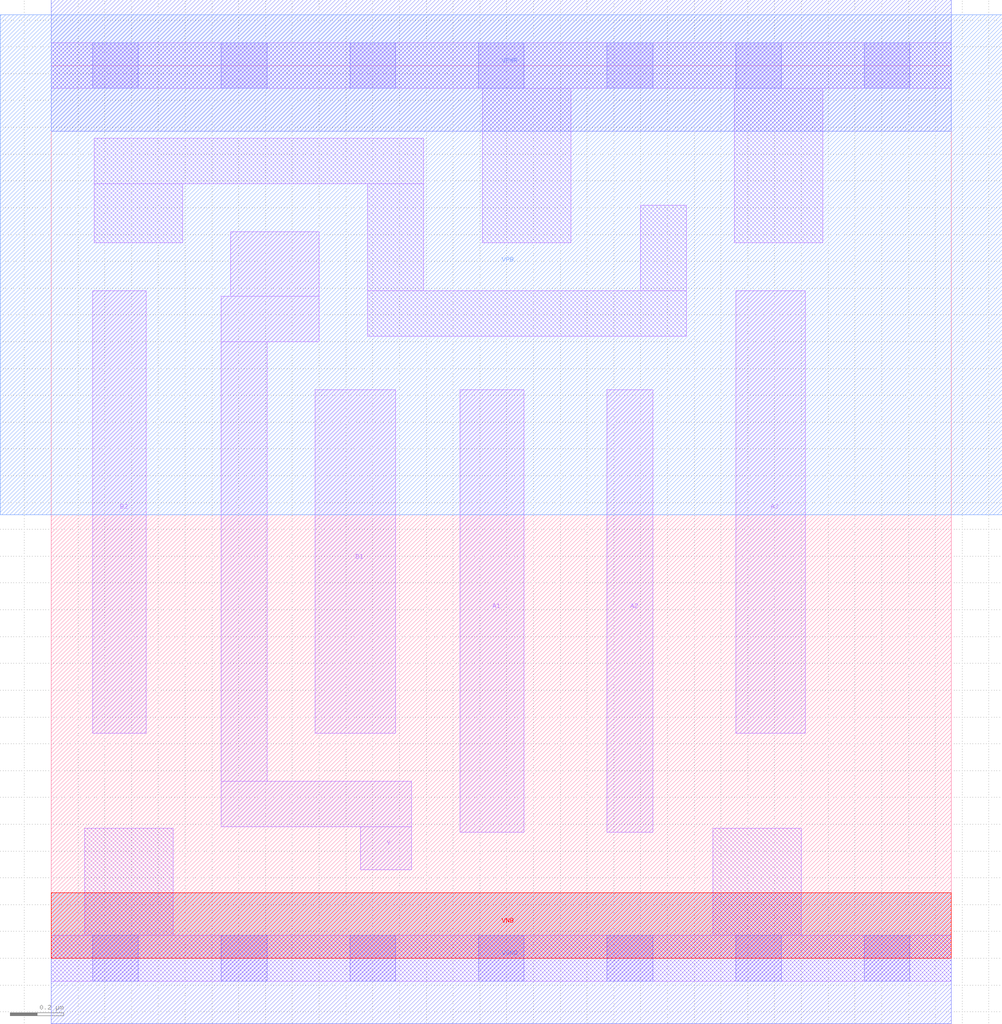
<source format=lef>
# Copyright 2020 The SkyWater PDK Authors
#
# Licensed under the Apache License, Version 2.0 (the "License");
# you may not use this file except in compliance with the License.
# You may obtain a copy of the License at
#
#     https://www.apache.org/licenses/LICENSE-2.0
#
# Unless required by applicable law or agreed to in writing, software
# distributed under the License is distributed on an "AS IS" BASIS,
# WITHOUT WARRANTIES OR CONDITIONS OF ANY KIND, either express or implied.
# See the License for the specific language governing permissions and
# limitations under the License.
#
# SPDX-License-Identifier: Apache-2.0

VERSION 5.7 ;
  NOWIREEXTENSIONATPIN ON ;
  DIVIDERCHAR "/" ;
  BUSBITCHARS "[]" ;
MACRO sky130_fd_sc_lp__a32oi_m
  CLASS CORE ;
  FOREIGN sky130_fd_sc_lp__a32oi_m ;
  ORIGIN  0.000000  0.000000 ;
  SIZE  3.360000 BY  3.330000 ;
  SYMMETRY X Y R90 ;
  SITE unit ;
  PIN A1
    ANTENNAGATEAREA  0.126000 ;
    DIRECTION INPUT ;
    USE SIGNAL ;
    PORT
      LAYER li1 ;
        RECT 1.525000 0.470000 1.765000 2.120000 ;
    END
  END A1
  PIN A2
    ANTENNAGATEAREA  0.126000 ;
    DIRECTION INPUT ;
    USE SIGNAL ;
    PORT
      LAYER li1 ;
        RECT 2.075000 0.470000 2.245000 2.120000 ;
    END
  END A2
  PIN A3
    ANTENNAGATEAREA  0.126000 ;
    DIRECTION INPUT ;
    USE SIGNAL ;
    PORT
      LAYER li1 ;
        RECT 2.555000 0.840000 2.815000 2.490000 ;
    END
  END A3
  PIN B1
    ANTENNAGATEAREA  0.126000 ;
    DIRECTION INPUT ;
    USE SIGNAL ;
    PORT
      LAYER li1 ;
        RECT 0.985000 0.840000 1.285000 2.120000 ;
    END
  END B1
  PIN B2
    ANTENNAGATEAREA  0.126000 ;
    DIRECTION INPUT ;
    USE SIGNAL ;
    PORT
      LAYER li1 ;
        RECT 0.155000 0.840000 0.355000 2.490000 ;
    END
  END B2
  PIN Y
    ANTENNADIFFAREA  0.254100 ;
    DIRECTION OUTPUT ;
    USE SIGNAL ;
    PORT
      LAYER li1 ;
        RECT 0.635000 0.490000 1.345000 0.660000 ;
        RECT 0.635000 0.660000 0.805000 2.300000 ;
        RECT 0.635000 2.300000 1.000000 2.470000 ;
        RECT 0.670000 2.470000 1.000000 2.710000 ;
        RECT 1.155000 0.330000 1.345000 0.490000 ;
    END
  END Y
  PIN VGND
    DIRECTION INOUT ;
    USE GROUND ;
    PORT
      LAYER met1 ;
        RECT 0.000000 -0.245000 3.360000 0.245000 ;
    END
  END VGND
  PIN VNB
    DIRECTION INOUT ;
    USE GROUND ;
    PORT
      LAYER pwell ;
        RECT 0.000000 0.000000 3.360000 0.245000 ;
    END
  END VNB
  PIN VPB
    DIRECTION INOUT ;
    USE POWER ;
    PORT
      LAYER nwell ;
        RECT -0.190000 1.655000 3.550000 3.520000 ;
    END
  END VPB
  PIN VPWR
    DIRECTION INOUT ;
    USE POWER ;
    PORT
      LAYER met1 ;
        RECT 0.000000 3.085000 3.360000 3.575000 ;
    END
  END VPWR
  OBS
    LAYER li1 ;
      RECT 0.000000 -0.085000 3.360000 0.085000 ;
      RECT 0.000000  3.245000 3.360000 3.415000 ;
      RECT 0.125000  0.085000 0.455000 0.485000 ;
      RECT 0.160000  2.670000 0.490000 2.890000 ;
      RECT 0.160000  2.890000 1.390000 3.060000 ;
      RECT 1.180000  2.320000 2.370000 2.490000 ;
      RECT 1.180000  2.490000 1.390000 2.890000 ;
      RECT 1.610000  2.670000 1.940000 3.245000 ;
      RECT 2.200000  2.490000 2.370000 2.810000 ;
      RECT 2.470000  0.085000 2.800000 0.485000 ;
      RECT 2.550000  2.670000 2.880000 3.245000 ;
    LAYER mcon ;
      RECT 0.155000 -0.085000 0.325000 0.085000 ;
      RECT 0.155000  3.245000 0.325000 3.415000 ;
      RECT 0.635000 -0.085000 0.805000 0.085000 ;
      RECT 0.635000  3.245000 0.805000 3.415000 ;
      RECT 1.115000 -0.085000 1.285000 0.085000 ;
      RECT 1.115000  3.245000 1.285000 3.415000 ;
      RECT 1.595000 -0.085000 1.765000 0.085000 ;
      RECT 1.595000  3.245000 1.765000 3.415000 ;
      RECT 2.075000 -0.085000 2.245000 0.085000 ;
      RECT 2.075000  3.245000 2.245000 3.415000 ;
      RECT 2.555000 -0.085000 2.725000 0.085000 ;
      RECT 2.555000  3.245000 2.725000 3.415000 ;
      RECT 3.035000 -0.085000 3.205000 0.085000 ;
      RECT 3.035000  3.245000 3.205000 3.415000 ;
  END
END sky130_fd_sc_lp__a32oi_m
END LIBRARY

</source>
